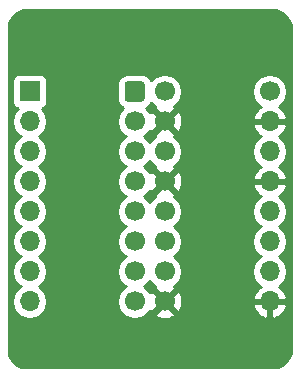
<source format=gbr>
%TF.GenerationSoftware,KiCad,Pcbnew,5.1.10*%
%TF.CreationDate,2021-11-17T23:41:25-05:00*%
%TF.ProjectId,RGB-Breakout,5247422d-4272-4656-916b-6f75742e6b69,rev?*%
%TF.SameCoordinates,Original*%
%TF.FileFunction,Copper,L2,Bot*%
%TF.FilePolarity,Positive*%
%FSLAX46Y46*%
G04 Gerber Fmt 4.6, Leading zero omitted, Abs format (unit mm)*
G04 Created by KiCad (PCBNEW 5.1.10) date 2021-11-17 23:41:25*
%MOMM*%
%LPD*%
G01*
G04 APERTURE LIST*
%TA.AperFunction,ComponentPad*%
%ADD10C,1.700000*%
%TD*%
%TA.AperFunction,ComponentPad*%
%ADD11R,1.700000X1.700000*%
%TD*%
%TA.AperFunction,ComponentPad*%
%ADD12O,1.700000X1.700000*%
%TD*%
%TA.AperFunction,Conductor*%
%ADD13C,0.254000*%
%TD*%
%TA.AperFunction,Conductor*%
%ADD14C,0.100000*%
%TD*%
G04 APERTURE END LIST*
%TO.P,J1,1*%
%TO.N,Net-(J1-Pad1)*%
%TA.AperFunction,ComponentPad*%
G36*
G01*
X129960000Y-90770000D02*
X129960000Y-89570000D01*
G75*
G02*
X130210000Y-89320000I250000J0D01*
G01*
X131410000Y-89320000D01*
G75*
G02*
X131660000Y-89570000I0J-250000D01*
G01*
X131660000Y-90770000D01*
G75*
G02*
X131410000Y-91020000I-250000J0D01*
G01*
X130210000Y-91020000D01*
G75*
G02*
X129960000Y-90770000I0J250000D01*
G01*
G37*
%TD.AperFunction*%
D10*
%TO.P,J1,3*%
%TO.N,Net-(J1-Pad3)*%
X130810000Y-92710000D03*
%TO.P,J1,5*%
%TO.N,Net-(J1-Pad5)*%
X130810000Y-95250000D03*
%TO.P,J1,7*%
%TO.N,Net-(J1-Pad7)*%
X130810000Y-97790000D03*
%TO.P,J1,9*%
%TO.N,Net-(J1-Pad9)*%
X130810000Y-100330000D03*
%TO.P,J1,11*%
%TO.N,Net-(J1-Pad11)*%
X130810000Y-102870000D03*
%TO.P,J1,13*%
%TO.N,Net-(J1-Pad13)*%
X130810000Y-105410000D03*
%TO.P,J1,15*%
%TO.N,Net-(J1-Pad15)*%
X130810000Y-107950000D03*
%TO.P,J1,2*%
%TO.N,Net-(J1-Pad2)*%
X133350000Y-90170000D03*
%TO.P,J1,4*%
%TO.N,GND*%
X133350000Y-92710000D03*
%TO.P,J1,6*%
%TO.N,Net-(J1-Pad6)*%
X133350000Y-95250000D03*
%TO.P,J1,8*%
%TO.N,GND*%
X133350000Y-97790000D03*
%TO.P,J1,10*%
%TO.N,Net-(J1-Pad10)*%
X133350000Y-100330000D03*
%TO.P,J1,12*%
%TO.N,Net-(J1-Pad12)*%
X133350000Y-102870000D03*
%TO.P,J1,14*%
%TO.N,Net-(J1-Pad14)*%
X133350000Y-105410000D03*
%TO.P,J1,16*%
%TO.N,GND*%
X133350000Y-107950000D03*
%TD*%
D11*
%TO.P,J2,1*%
%TO.N,Net-(J1-Pad1)*%
X121920000Y-90170000D03*
D12*
%TO.P,J2,2*%
%TO.N,Net-(J1-Pad3)*%
X121920000Y-92710000D03*
%TO.P,J2,3*%
%TO.N,Net-(J1-Pad5)*%
X121920000Y-95250000D03*
%TO.P,J2,4*%
%TO.N,Net-(J1-Pad7)*%
X121920000Y-97790000D03*
%TO.P,J2,5*%
%TO.N,Net-(J1-Pad9)*%
X121920000Y-100330000D03*
%TO.P,J2,6*%
%TO.N,Net-(J1-Pad11)*%
X121920000Y-102870000D03*
%TO.P,J2,7*%
%TO.N,Net-(J1-Pad13)*%
X121920000Y-105410000D03*
%TO.P,J2,8*%
%TO.N,Net-(J1-Pad15)*%
X121920000Y-107950000D03*
%TD*%
D10*
%TO.P,J3,1*%
%TO.N,Net-(J1-Pad2)*%
X142240000Y-90170000D03*
D12*
%TO.P,J3,2*%
%TO.N,GND*%
X142240000Y-92710000D03*
%TO.P,J3,3*%
%TO.N,Net-(J1-Pad6)*%
X142240000Y-95250000D03*
%TO.P,J3,4*%
%TO.N,GND*%
X142240000Y-97790000D03*
%TO.P,J3,5*%
%TO.N,Net-(J1-Pad10)*%
X142240000Y-100330000D03*
%TO.P,J3,6*%
%TO.N,Net-(J1-Pad12)*%
X142240000Y-102870000D03*
%TO.P,J3,7*%
%TO.N,Net-(J1-Pad14)*%
X142240000Y-105410000D03*
%TO.P,J3,8*%
%TO.N,GND*%
X142240000Y-107950000D03*
%TD*%
D13*
%TO.N,GND*%
X142955208Y-83354780D02*
X143278625Y-83526744D01*
X143562484Y-83758254D01*
X143795965Y-84040486D01*
X143970183Y-84362695D01*
X144018000Y-84517165D01*
X144018000Y-112333512D01*
X143975220Y-112475206D01*
X143803257Y-112798623D01*
X143571748Y-113082482D01*
X143289514Y-113315965D01*
X142967304Y-113490184D01*
X142812835Y-113538000D01*
X121346488Y-113538000D01*
X121204794Y-113495220D01*
X120881377Y-113323257D01*
X120597518Y-113091748D01*
X120364035Y-112809514D01*
X120189816Y-112487304D01*
X120142000Y-112332835D01*
X120142000Y-89320000D01*
X120431928Y-89320000D01*
X120431928Y-91020000D01*
X120444188Y-91144482D01*
X120480498Y-91264180D01*
X120539463Y-91374494D01*
X120618815Y-91471185D01*
X120715506Y-91550537D01*
X120825820Y-91609502D01*
X120898380Y-91631513D01*
X120766525Y-91763368D01*
X120604010Y-92006589D01*
X120492068Y-92276842D01*
X120435000Y-92563740D01*
X120435000Y-92856260D01*
X120492068Y-93143158D01*
X120604010Y-93413411D01*
X120766525Y-93656632D01*
X120973368Y-93863475D01*
X121147760Y-93980000D01*
X120973368Y-94096525D01*
X120766525Y-94303368D01*
X120604010Y-94546589D01*
X120492068Y-94816842D01*
X120435000Y-95103740D01*
X120435000Y-95396260D01*
X120492068Y-95683158D01*
X120604010Y-95953411D01*
X120766525Y-96196632D01*
X120973368Y-96403475D01*
X121147760Y-96520000D01*
X120973368Y-96636525D01*
X120766525Y-96843368D01*
X120604010Y-97086589D01*
X120492068Y-97356842D01*
X120435000Y-97643740D01*
X120435000Y-97936260D01*
X120492068Y-98223158D01*
X120604010Y-98493411D01*
X120766525Y-98736632D01*
X120973368Y-98943475D01*
X121147760Y-99060000D01*
X120973368Y-99176525D01*
X120766525Y-99383368D01*
X120604010Y-99626589D01*
X120492068Y-99896842D01*
X120435000Y-100183740D01*
X120435000Y-100476260D01*
X120492068Y-100763158D01*
X120604010Y-101033411D01*
X120766525Y-101276632D01*
X120973368Y-101483475D01*
X121147760Y-101600000D01*
X120973368Y-101716525D01*
X120766525Y-101923368D01*
X120604010Y-102166589D01*
X120492068Y-102436842D01*
X120435000Y-102723740D01*
X120435000Y-103016260D01*
X120492068Y-103303158D01*
X120604010Y-103573411D01*
X120766525Y-103816632D01*
X120973368Y-104023475D01*
X121147760Y-104140000D01*
X120973368Y-104256525D01*
X120766525Y-104463368D01*
X120604010Y-104706589D01*
X120492068Y-104976842D01*
X120435000Y-105263740D01*
X120435000Y-105556260D01*
X120492068Y-105843158D01*
X120604010Y-106113411D01*
X120766525Y-106356632D01*
X120973368Y-106563475D01*
X121147760Y-106680000D01*
X120973368Y-106796525D01*
X120766525Y-107003368D01*
X120604010Y-107246589D01*
X120492068Y-107516842D01*
X120435000Y-107803740D01*
X120435000Y-108096260D01*
X120492068Y-108383158D01*
X120604010Y-108653411D01*
X120766525Y-108896632D01*
X120973368Y-109103475D01*
X121216589Y-109265990D01*
X121486842Y-109377932D01*
X121773740Y-109435000D01*
X122066260Y-109435000D01*
X122353158Y-109377932D01*
X122623411Y-109265990D01*
X122866632Y-109103475D01*
X123073475Y-108896632D01*
X123235990Y-108653411D01*
X123347932Y-108383158D01*
X123405000Y-108096260D01*
X123405000Y-107803740D01*
X123347932Y-107516842D01*
X123235990Y-107246589D01*
X123073475Y-107003368D01*
X122866632Y-106796525D01*
X122692240Y-106680000D01*
X122866632Y-106563475D01*
X123073475Y-106356632D01*
X123235990Y-106113411D01*
X123347932Y-105843158D01*
X123405000Y-105556260D01*
X123405000Y-105263740D01*
X123347932Y-104976842D01*
X123235990Y-104706589D01*
X123073475Y-104463368D01*
X122866632Y-104256525D01*
X122692240Y-104140000D01*
X122866632Y-104023475D01*
X123073475Y-103816632D01*
X123235990Y-103573411D01*
X123347932Y-103303158D01*
X123405000Y-103016260D01*
X123405000Y-102723740D01*
X123347932Y-102436842D01*
X123235990Y-102166589D01*
X123073475Y-101923368D01*
X122866632Y-101716525D01*
X122692240Y-101600000D01*
X122866632Y-101483475D01*
X123073475Y-101276632D01*
X123235990Y-101033411D01*
X123347932Y-100763158D01*
X123405000Y-100476260D01*
X123405000Y-100183740D01*
X123347932Y-99896842D01*
X123235990Y-99626589D01*
X123073475Y-99383368D01*
X122866632Y-99176525D01*
X122692240Y-99060000D01*
X122866632Y-98943475D01*
X123073475Y-98736632D01*
X123235990Y-98493411D01*
X123347932Y-98223158D01*
X123405000Y-97936260D01*
X123405000Y-97643740D01*
X123347932Y-97356842D01*
X123235990Y-97086589D01*
X123073475Y-96843368D01*
X122866632Y-96636525D01*
X122692240Y-96520000D01*
X122866632Y-96403475D01*
X123073475Y-96196632D01*
X123235990Y-95953411D01*
X123347932Y-95683158D01*
X123405000Y-95396260D01*
X123405000Y-95103740D01*
X123347932Y-94816842D01*
X123235990Y-94546589D01*
X123073475Y-94303368D01*
X122866632Y-94096525D01*
X122692240Y-93980000D01*
X122866632Y-93863475D01*
X123073475Y-93656632D01*
X123235990Y-93413411D01*
X123347932Y-93143158D01*
X123405000Y-92856260D01*
X123405000Y-92563740D01*
X123347932Y-92276842D01*
X123235990Y-92006589D01*
X123073475Y-91763368D01*
X122941620Y-91631513D01*
X123014180Y-91609502D01*
X123124494Y-91550537D01*
X123221185Y-91471185D01*
X123300537Y-91374494D01*
X123359502Y-91264180D01*
X123395812Y-91144482D01*
X123408072Y-91020000D01*
X123408072Y-89570000D01*
X129321928Y-89570000D01*
X129321928Y-90770000D01*
X129338992Y-90943254D01*
X129389528Y-91109850D01*
X129471595Y-91263386D01*
X129582038Y-91397962D01*
X129716614Y-91508405D01*
X129843608Y-91576285D01*
X129656525Y-91763368D01*
X129494010Y-92006589D01*
X129382068Y-92276842D01*
X129325000Y-92563740D01*
X129325000Y-92856260D01*
X129382068Y-93143158D01*
X129494010Y-93413411D01*
X129656525Y-93656632D01*
X129863368Y-93863475D01*
X130037760Y-93980000D01*
X129863368Y-94096525D01*
X129656525Y-94303368D01*
X129494010Y-94546589D01*
X129382068Y-94816842D01*
X129325000Y-95103740D01*
X129325000Y-95396260D01*
X129382068Y-95683158D01*
X129494010Y-95953411D01*
X129656525Y-96196632D01*
X129863368Y-96403475D01*
X130037760Y-96520000D01*
X129863368Y-96636525D01*
X129656525Y-96843368D01*
X129494010Y-97086589D01*
X129382068Y-97356842D01*
X129325000Y-97643740D01*
X129325000Y-97936260D01*
X129382068Y-98223158D01*
X129494010Y-98493411D01*
X129656525Y-98736632D01*
X129863368Y-98943475D01*
X130037760Y-99060000D01*
X129863368Y-99176525D01*
X129656525Y-99383368D01*
X129494010Y-99626589D01*
X129382068Y-99896842D01*
X129325000Y-100183740D01*
X129325000Y-100476260D01*
X129382068Y-100763158D01*
X129494010Y-101033411D01*
X129656525Y-101276632D01*
X129863368Y-101483475D01*
X130037760Y-101600000D01*
X129863368Y-101716525D01*
X129656525Y-101923368D01*
X129494010Y-102166589D01*
X129382068Y-102436842D01*
X129325000Y-102723740D01*
X129325000Y-103016260D01*
X129382068Y-103303158D01*
X129494010Y-103573411D01*
X129656525Y-103816632D01*
X129863368Y-104023475D01*
X130037760Y-104140000D01*
X129863368Y-104256525D01*
X129656525Y-104463368D01*
X129494010Y-104706589D01*
X129382068Y-104976842D01*
X129325000Y-105263740D01*
X129325000Y-105556260D01*
X129382068Y-105843158D01*
X129494010Y-106113411D01*
X129656525Y-106356632D01*
X129863368Y-106563475D01*
X130037760Y-106680000D01*
X129863368Y-106796525D01*
X129656525Y-107003368D01*
X129494010Y-107246589D01*
X129382068Y-107516842D01*
X129325000Y-107803740D01*
X129325000Y-108096260D01*
X129382068Y-108383158D01*
X129494010Y-108653411D01*
X129656525Y-108896632D01*
X129863368Y-109103475D01*
X130106589Y-109265990D01*
X130376842Y-109377932D01*
X130663740Y-109435000D01*
X130956260Y-109435000D01*
X131243158Y-109377932D01*
X131513411Y-109265990D01*
X131756632Y-109103475D01*
X131881710Y-108978397D01*
X132501208Y-108978397D01*
X132578843Y-109227472D01*
X132842883Y-109353371D01*
X133126411Y-109425339D01*
X133418531Y-109440611D01*
X133708019Y-109398599D01*
X133983747Y-109300919D01*
X134121157Y-109227472D01*
X134198792Y-108978397D01*
X133350000Y-108129605D01*
X132501208Y-108978397D01*
X131881710Y-108978397D01*
X131963475Y-108896632D01*
X132079311Y-108723271D01*
X132321603Y-108798792D01*
X133170395Y-107950000D01*
X133529605Y-107950000D01*
X134378397Y-108798792D01*
X134627472Y-108721157D01*
X134753371Y-108457117D01*
X134791503Y-108306890D01*
X140798524Y-108306890D01*
X140843175Y-108454099D01*
X140968359Y-108716920D01*
X141142412Y-108950269D01*
X141358645Y-109145178D01*
X141608748Y-109294157D01*
X141883109Y-109391481D01*
X142113000Y-109270814D01*
X142113000Y-108077000D01*
X142367000Y-108077000D01*
X142367000Y-109270814D01*
X142596891Y-109391481D01*
X142871252Y-109294157D01*
X143121355Y-109145178D01*
X143337588Y-108950269D01*
X143511641Y-108716920D01*
X143636825Y-108454099D01*
X143681476Y-108306890D01*
X143560155Y-108077000D01*
X142367000Y-108077000D01*
X142113000Y-108077000D01*
X140919845Y-108077000D01*
X140798524Y-108306890D01*
X134791503Y-108306890D01*
X134825339Y-108173589D01*
X134840611Y-107881469D01*
X134798599Y-107591981D01*
X134700919Y-107316253D01*
X134627472Y-107178843D01*
X134378397Y-107101208D01*
X133529605Y-107950000D01*
X133170395Y-107950000D01*
X132321603Y-107101208D01*
X132079311Y-107176729D01*
X131963475Y-107003368D01*
X131756632Y-106796525D01*
X131582240Y-106680000D01*
X131756632Y-106563475D01*
X131963475Y-106356632D01*
X132080000Y-106182240D01*
X132196525Y-106356632D01*
X132403368Y-106563475D01*
X132576729Y-106679311D01*
X132501208Y-106921603D01*
X133350000Y-107770395D01*
X134198792Y-106921603D01*
X134123271Y-106679311D01*
X134296632Y-106563475D01*
X134503475Y-106356632D01*
X134665990Y-106113411D01*
X134777932Y-105843158D01*
X134835000Y-105556260D01*
X134835000Y-105263740D01*
X134777932Y-104976842D01*
X134665990Y-104706589D01*
X134503475Y-104463368D01*
X134296632Y-104256525D01*
X134122240Y-104140000D01*
X134296632Y-104023475D01*
X134503475Y-103816632D01*
X134665990Y-103573411D01*
X134777932Y-103303158D01*
X134835000Y-103016260D01*
X134835000Y-102723740D01*
X134777932Y-102436842D01*
X134665990Y-102166589D01*
X134503475Y-101923368D01*
X134296632Y-101716525D01*
X134122240Y-101600000D01*
X134296632Y-101483475D01*
X134503475Y-101276632D01*
X134665990Y-101033411D01*
X134777932Y-100763158D01*
X134835000Y-100476260D01*
X134835000Y-100183740D01*
X140755000Y-100183740D01*
X140755000Y-100476260D01*
X140812068Y-100763158D01*
X140924010Y-101033411D01*
X141086525Y-101276632D01*
X141293368Y-101483475D01*
X141467760Y-101600000D01*
X141293368Y-101716525D01*
X141086525Y-101923368D01*
X140924010Y-102166589D01*
X140812068Y-102436842D01*
X140755000Y-102723740D01*
X140755000Y-103016260D01*
X140812068Y-103303158D01*
X140924010Y-103573411D01*
X141086525Y-103816632D01*
X141293368Y-104023475D01*
X141467760Y-104140000D01*
X141293368Y-104256525D01*
X141086525Y-104463368D01*
X140924010Y-104706589D01*
X140812068Y-104976842D01*
X140755000Y-105263740D01*
X140755000Y-105556260D01*
X140812068Y-105843158D01*
X140924010Y-106113411D01*
X141086525Y-106356632D01*
X141293368Y-106563475D01*
X141475534Y-106685195D01*
X141358645Y-106754822D01*
X141142412Y-106949731D01*
X140968359Y-107183080D01*
X140843175Y-107445901D01*
X140798524Y-107593110D01*
X140919845Y-107823000D01*
X142113000Y-107823000D01*
X142113000Y-107803000D01*
X142367000Y-107803000D01*
X142367000Y-107823000D01*
X143560155Y-107823000D01*
X143681476Y-107593110D01*
X143636825Y-107445901D01*
X143511641Y-107183080D01*
X143337588Y-106949731D01*
X143121355Y-106754822D01*
X143004466Y-106685195D01*
X143186632Y-106563475D01*
X143393475Y-106356632D01*
X143555990Y-106113411D01*
X143667932Y-105843158D01*
X143725000Y-105556260D01*
X143725000Y-105263740D01*
X143667932Y-104976842D01*
X143555990Y-104706589D01*
X143393475Y-104463368D01*
X143186632Y-104256525D01*
X143012240Y-104140000D01*
X143186632Y-104023475D01*
X143393475Y-103816632D01*
X143555990Y-103573411D01*
X143667932Y-103303158D01*
X143725000Y-103016260D01*
X143725000Y-102723740D01*
X143667932Y-102436842D01*
X143555990Y-102166589D01*
X143393475Y-101923368D01*
X143186632Y-101716525D01*
X143012240Y-101600000D01*
X143186632Y-101483475D01*
X143393475Y-101276632D01*
X143555990Y-101033411D01*
X143667932Y-100763158D01*
X143725000Y-100476260D01*
X143725000Y-100183740D01*
X143667932Y-99896842D01*
X143555990Y-99626589D01*
X143393475Y-99383368D01*
X143186632Y-99176525D01*
X143004466Y-99054805D01*
X143121355Y-98985178D01*
X143337588Y-98790269D01*
X143511641Y-98556920D01*
X143636825Y-98294099D01*
X143681476Y-98146890D01*
X143560155Y-97917000D01*
X142367000Y-97917000D01*
X142367000Y-97937000D01*
X142113000Y-97937000D01*
X142113000Y-97917000D01*
X140919845Y-97917000D01*
X140798524Y-98146890D01*
X140843175Y-98294099D01*
X140968359Y-98556920D01*
X141142412Y-98790269D01*
X141358645Y-98985178D01*
X141475534Y-99054805D01*
X141293368Y-99176525D01*
X141086525Y-99383368D01*
X140924010Y-99626589D01*
X140812068Y-99896842D01*
X140755000Y-100183740D01*
X134835000Y-100183740D01*
X134777932Y-99896842D01*
X134665990Y-99626589D01*
X134503475Y-99383368D01*
X134296632Y-99176525D01*
X134123271Y-99060689D01*
X134198792Y-98818397D01*
X133350000Y-97969605D01*
X132501208Y-98818397D01*
X132576729Y-99060689D01*
X132403368Y-99176525D01*
X132196525Y-99383368D01*
X132080000Y-99557760D01*
X131963475Y-99383368D01*
X131756632Y-99176525D01*
X131582240Y-99060000D01*
X131756632Y-98943475D01*
X131963475Y-98736632D01*
X132079311Y-98563271D01*
X132321603Y-98638792D01*
X133170395Y-97790000D01*
X133529605Y-97790000D01*
X134378397Y-98638792D01*
X134627472Y-98561157D01*
X134753371Y-98297117D01*
X134825339Y-98013589D01*
X134840611Y-97721469D01*
X134798599Y-97431981D01*
X134700919Y-97156253D01*
X134627472Y-97018843D01*
X134378397Y-96941208D01*
X133529605Y-97790000D01*
X133170395Y-97790000D01*
X132321603Y-96941208D01*
X132079311Y-97016729D01*
X131963475Y-96843368D01*
X131756632Y-96636525D01*
X131582240Y-96520000D01*
X131756632Y-96403475D01*
X131963475Y-96196632D01*
X132080000Y-96022240D01*
X132196525Y-96196632D01*
X132403368Y-96403475D01*
X132576729Y-96519311D01*
X132501208Y-96761603D01*
X133350000Y-97610395D01*
X134198792Y-96761603D01*
X134123271Y-96519311D01*
X134296632Y-96403475D01*
X134503475Y-96196632D01*
X134665990Y-95953411D01*
X134777932Y-95683158D01*
X134835000Y-95396260D01*
X134835000Y-95103740D01*
X140755000Y-95103740D01*
X140755000Y-95396260D01*
X140812068Y-95683158D01*
X140924010Y-95953411D01*
X141086525Y-96196632D01*
X141293368Y-96403475D01*
X141475534Y-96525195D01*
X141358645Y-96594822D01*
X141142412Y-96789731D01*
X140968359Y-97023080D01*
X140843175Y-97285901D01*
X140798524Y-97433110D01*
X140919845Y-97663000D01*
X142113000Y-97663000D01*
X142113000Y-97643000D01*
X142367000Y-97643000D01*
X142367000Y-97663000D01*
X143560155Y-97663000D01*
X143681476Y-97433110D01*
X143636825Y-97285901D01*
X143511641Y-97023080D01*
X143337588Y-96789731D01*
X143121355Y-96594822D01*
X143004466Y-96525195D01*
X143186632Y-96403475D01*
X143393475Y-96196632D01*
X143555990Y-95953411D01*
X143667932Y-95683158D01*
X143725000Y-95396260D01*
X143725000Y-95103740D01*
X143667932Y-94816842D01*
X143555990Y-94546589D01*
X143393475Y-94303368D01*
X143186632Y-94096525D01*
X143004466Y-93974805D01*
X143121355Y-93905178D01*
X143337588Y-93710269D01*
X143511641Y-93476920D01*
X143636825Y-93214099D01*
X143681476Y-93066890D01*
X143560155Y-92837000D01*
X142367000Y-92837000D01*
X142367000Y-92857000D01*
X142113000Y-92857000D01*
X142113000Y-92837000D01*
X140919845Y-92837000D01*
X140798524Y-93066890D01*
X140843175Y-93214099D01*
X140968359Y-93476920D01*
X141142412Y-93710269D01*
X141358645Y-93905178D01*
X141475534Y-93974805D01*
X141293368Y-94096525D01*
X141086525Y-94303368D01*
X140924010Y-94546589D01*
X140812068Y-94816842D01*
X140755000Y-95103740D01*
X134835000Y-95103740D01*
X134777932Y-94816842D01*
X134665990Y-94546589D01*
X134503475Y-94303368D01*
X134296632Y-94096525D01*
X134123271Y-93980689D01*
X134198792Y-93738397D01*
X133350000Y-92889605D01*
X132501208Y-93738397D01*
X132576729Y-93980689D01*
X132403368Y-94096525D01*
X132196525Y-94303368D01*
X132080000Y-94477760D01*
X131963475Y-94303368D01*
X131756632Y-94096525D01*
X131582240Y-93980000D01*
X131756632Y-93863475D01*
X131963475Y-93656632D01*
X132079311Y-93483271D01*
X132321603Y-93558792D01*
X133170395Y-92710000D01*
X133529605Y-92710000D01*
X134378397Y-93558792D01*
X134627472Y-93481157D01*
X134753371Y-93217117D01*
X134825339Y-92933589D01*
X134840611Y-92641469D01*
X134798599Y-92351981D01*
X134700919Y-92076253D01*
X134627472Y-91938843D01*
X134378397Y-91861208D01*
X133529605Y-92710000D01*
X133170395Y-92710000D01*
X132321603Y-91861208D01*
X132079311Y-91936729D01*
X131963475Y-91763368D01*
X131776392Y-91576285D01*
X131903386Y-91508405D01*
X132037962Y-91397962D01*
X132148405Y-91263386D01*
X132216285Y-91136392D01*
X132403368Y-91323475D01*
X132576729Y-91439311D01*
X132501208Y-91681603D01*
X133350000Y-92530395D01*
X134198792Y-91681603D01*
X134123271Y-91439311D01*
X134296632Y-91323475D01*
X134503475Y-91116632D01*
X134665990Y-90873411D01*
X134777932Y-90603158D01*
X134835000Y-90316260D01*
X134835000Y-90023740D01*
X140755000Y-90023740D01*
X140755000Y-90316260D01*
X140812068Y-90603158D01*
X140924010Y-90873411D01*
X141086525Y-91116632D01*
X141293368Y-91323475D01*
X141475534Y-91445195D01*
X141358645Y-91514822D01*
X141142412Y-91709731D01*
X140968359Y-91943080D01*
X140843175Y-92205901D01*
X140798524Y-92353110D01*
X140919845Y-92583000D01*
X142113000Y-92583000D01*
X142113000Y-92563000D01*
X142367000Y-92563000D01*
X142367000Y-92583000D01*
X143560155Y-92583000D01*
X143681476Y-92353110D01*
X143636825Y-92205901D01*
X143511641Y-91943080D01*
X143337588Y-91709731D01*
X143121355Y-91514822D01*
X143004466Y-91445195D01*
X143186632Y-91323475D01*
X143393475Y-91116632D01*
X143555990Y-90873411D01*
X143667932Y-90603158D01*
X143725000Y-90316260D01*
X143725000Y-90023740D01*
X143667932Y-89736842D01*
X143555990Y-89466589D01*
X143393475Y-89223368D01*
X143186632Y-89016525D01*
X142943411Y-88854010D01*
X142673158Y-88742068D01*
X142386260Y-88685000D01*
X142093740Y-88685000D01*
X141806842Y-88742068D01*
X141536589Y-88854010D01*
X141293368Y-89016525D01*
X141086525Y-89223368D01*
X140924010Y-89466589D01*
X140812068Y-89736842D01*
X140755000Y-90023740D01*
X134835000Y-90023740D01*
X134777932Y-89736842D01*
X134665990Y-89466589D01*
X134503475Y-89223368D01*
X134296632Y-89016525D01*
X134053411Y-88854010D01*
X133783158Y-88742068D01*
X133496260Y-88685000D01*
X133203740Y-88685000D01*
X132916842Y-88742068D01*
X132646589Y-88854010D01*
X132403368Y-89016525D01*
X132216285Y-89203608D01*
X132148405Y-89076614D01*
X132037962Y-88942038D01*
X131903386Y-88831595D01*
X131749850Y-88749528D01*
X131583254Y-88698992D01*
X131410000Y-88681928D01*
X130210000Y-88681928D01*
X130036746Y-88698992D01*
X129870150Y-88749528D01*
X129716614Y-88831595D01*
X129582038Y-88942038D01*
X129471595Y-89076614D01*
X129389528Y-89230150D01*
X129338992Y-89396746D01*
X129321928Y-89570000D01*
X123408072Y-89570000D01*
X123408072Y-89320000D01*
X123395812Y-89195518D01*
X123359502Y-89075820D01*
X123300537Y-88965506D01*
X123221185Y-88868815D01*
X123124494Y-88789463D01*
X123014180Y-88730498D01*
X122894482Y-88694188D01*
X122770000Y-88681928D01*
X121070000Y-88681928D01*
X120945518Y-88694188D01*
X120825820Y-88730498D01*
X120715506Y-88789463D01*
X120618815Y-88868815D01*
X120539463Y-88965506D01*
X120480498Y-89075820D01*
X120444188Y-89195518D01*
X120431928Y-89320000D01*
X120142000Y-89320000D01*
X120142000Y-84516487D01*
X120184780Y-84374792D01*
X120356744Y-84051375D01*
X120588254Y-83767516D01*
X120870486Y-83534035D01*
X121192695Y-83359817D01*
X121347165Y-83312000D01*
X142813513Y-83312000D01*
X142955208Y-83354780D01*
%TA.AperFunction,Conductor*%
D14*
G36*
X142955208Y-83354780D02*
G01*
X143278625Y-83526744D01*
X143562484Y-83758254D01*
X143795965Y-84040486D01*
X143970183Y-84362695D01*
X144018000Y-84517165D01*
X144018000Y-112333512D01*
X143975220Y-112475206D01*
X143803257Y-112798623D01*
X143571748Y-113082482D01*
X143289514Y-113315965D01*
X142967304Y-113490184D01*
X142812835Y-113538000D01*
X121346488Y-113538000D01*
X121204794Y-113495220D01*
X120881377Y-113323257D01*
X120597518Y-113091748D01*
X120364035Y-112809514D01*
X120189816Y-112487304D01*
X120142000Y-112332835D01*
X120142000Y-89320000D01*
X120431928Y-89320000D01*
X120431928Y-91020000D01*
X120444188Y-91144482D01*
X120480498Y-91264180D01*
X120539463Y-91374494D01*
X120618815Y-91471185D01*
X120715506Y-91550537D01*
X120825820Y-91609502D01*
X120898380Y-91631513D01*
X120766525Y-91763368D01*
X120604010Y-92006589D01*
X120492068Y-92276842D01*
X120435000Y-92563740D01*
X120435000Y-92856260D01*
X120492068Y-93143158D01*
X120604010Y-93413411D01*
X120766525Y-93656632D01*
X120973368Y-93863475D01*
X121147760Y-93980000D01*
X120973368Y-94096525D01*
X120766525Y-94303368D01*
X120604010Y-94546589D01*
X120492068Y-94816842D01*
X120435000Y-95103740D01*
X120435000Y-95396260D01*
X120492068Y-95683158D01*
X120604010Y-95953411D01*
X120766525Y-96196632D01*
X120973368Y-96403475D01*
X121147760Y-96520000D01*
X120973368Y-96636525D01*
X120766525Y-96843368D01*
X120604010Y-97086589D01*
X120492068Y-97356842D01*
X120435000Y-97643740D01*
X120435000Y-97936260D01*
X120492068Y-98223158D01*
X120604010Y-98493411D01*
X120766525Y-98736632D01*
X120973368Y-98943475D01*
X121147760Y-99060000D01*
X120973368Y-99176525D01*
X120766525Y-99383368D01*
X120604010Y-99626589D01*
X120492068Y-99896842D01*
X120435000Y-100183740D01*
X120435000Y-100476260D01*
X120492068Y-100763158D01*
X120604010Y-101033411D01*
X120766525Y-101276632D01*
X120973368Y-101483475D01*
X121147760Y-101600000D01*
X120973368Y-101716525D01*
X120766525Y-101923368D01*
X120604010Y-102166589D01*
X120492068Y-102436842D01*
X120435000Y-102723740D01*
X120435000Y-103016260D01*
X120492068Y-103303158D01*
X120604010Y-103573411D01*
X120766525Y-103816632D01*
X120973368Y-104023475D01*
X121147760Y-104140000D01*
X120973368Y-104256525D01*
X120766525Y-104463368D01*
X120604010Y-104706589D01*
X120492068Y-104976842D01*
X120435000Y-105263740D01*
X120435000Y-105556260D01*
X120492068Y-105843158D01*
X120604010Y-106113411D01*
X120766525Y-106356632D01*
X120973368Y-106563475D01*
X121147760Y-106680000D01*
X120973368Y-106796525D01*
X120766525Y-107003368D01*
X120604010Y-107246589D01*
X120492068Y-107516842D01*
X120435000Y-107803740D01*
X120435000Y-108096260D01*
X120492068Y-108383158D01*
X120604010Y-108653411D01*
X120766525Y-108896632D01*
X120973368Y-109103475D01*
X121216589Y-109265990D01*
X121486842Y-109377932D01*
X121773740Y-109435000D01*
X122066260Y-109435000D01*
X122353158Y-109377932D01*
X122623411Y-109265990D01*
X122866632Y-109103475D01*
X123073475Y-108896632D01*
X123235990Y-108653411D01*
X123347932Y-108383158D01*
X123405000Y-108096260D01*
X123405000Y-107803740D01*
X123347932Y-107516842D01*
X123235990Y-107246589D01*
X123073475Y-107003368D01*
X122866632Y-106796525D01*
X122692240Y-106680000D01*
X122866632Y-106563475D01*
X123073475Y-106356632D01*
X123235990Y-106113411D01*
X123347932Y-105843158D01*
X123405000Y-105556260D01*
X123405000Y-105263740D01*
X123347932Y-104976842D01*
X123235990Y-104706589D01*
X123073475Y-104463368D01*
X122866632Y-104256525D01*
X122692240Y-104140000D01*
X122866632Y-104023475D01*
X123073475Y-103816632D01*
X123235990Y-103573411D01*
X123347932Y-103303158D01*
X123405000Y-103016260D01*
X123405000Y-102723740D01*
X123347932Y-102436842D01*
X123235990Y-102166589D01*
X123073475Y-101923368D01*
X122866632Y-101716525D01*
X122692240Y-101600000D01*
X122866632Y-101483475D01*
X123073475Y-101276632D01*
X123235990Y-101033411D01*
X123347932Y-100763158D01*
X123405000Y-100476260D01*
X123405000Y-100183740D01*
X123347932Y-99896842D01*
X123235990Y-99626589D01*
X123073475Y-99383368D01*
X122866632Y-99176525D01*
X122692240Y-99060000D01*
X122866632Y-98943475D01*
X123073475Y-98736632D01*
X123235990Y-98493411D01*
X123347932Y-98223158D01*
X123405000Y-97936260D01*
X123405000Y-97643740D01*
X123347932Y-97356842D01*
X123235990Y-97086589D01*
X123073475Y-96843368D01*
X122866632Y-96636525D01*
X122692240Y-96520000D01*
X122866632Y-96403475D01*
X123073475Y-96196632D01*
X123235990Y-95953411D01*
X123347932Y-95683158D01*
X123405000Y-95396260D01*
X123405000Y-95103740D01*
X123347932Y-94816842D01*
X123235990Y-94546589D01*
X123073475Y-94303368D01*
X122866632Y-94096525D01*
X122692240Y-93980000D01*
X122866632Y-93863475D01*
X123073475Y-93656632D01*
X123235990Y-93413411D01*
X123347932Y-93143158D01*
X123405000Y-92856260D01*
X123405000Y-92563740D01*
X123347932Y-92276842D01*
X123235990Y-92006589D01*
X123073475Y-91763368D01*
X122941620Y-91631513D01*
X123014180Y-91609502D01*
X123124494Y-91550537D01*
X123221185Y-91471185D01*
X123300537Y-91374494D01*
X123359502Y-91264180D01*
X123395812Y-91144482D01*
X123408072Y-91020000D01*
X123408072Y-89570000D01*
X129321928Y-89570000D01*
X129321928Y-90770000D01*
X129338992Y-90943254D01*
X129389528Y-91109850D01*
X129471595Y-91263386D01*
X129582038Y-91397962D01*
X129716614Y-91508405D01*
X129843608Y-91576285D01*
X129656525Y-91763368D01*
X129494010Y-92006589D01*
X129382068Y-92276842D01*
X129325000Y-92563740D01*
X129325000Y-92856260D01*
X129382068Y-93143158D01*
X129494010Y-93413411D01*
X129656525Y-93656632D01*
X129863368Y-93863475D01*
X130037760Y-93980000D01*
X129863368Y-94096525D01*
X129656525Y-94303368D01*
X129494010Y-94546589D01*
X129382068Y-94816842D01*
X129325000Y-95103740D01*
X129325000Y-95396260D01*
X129382068Y-95683158D01*
X129494010Y-95953411D01*
X129656525Y-96196632D01*
X129863368Y-96403475D01*
X130037760Y-96520000D01*
X129863368Y-96636525D01*
X129656525Y-96843368D01*
X129494010Y-97086589D01*
X129382068Y-97356842D01*
X129325000Y-97643740D01*
X129325000Y-97936260D01*
X129382068Y-98223158D01*
X129494010Y-98493411D01*
X129656525Y-98736632D01*
X129863368Y-98943475D01*
X130037760Y-99060000D01*
X129863368Y-99176525D01*
X129656525Y-99383368D01*
X129494010Y-99626589D01*
X129382068Y-99896842D01*
X129325000Y-100183740D01*
X129325000Y-100476260D01*
X129382068Y-100763158D01*
X129494010Y-101033411D01*
X129656525Y-101276632D01*
X129863368Y-101483475D01*
X130037760Y-101600000D01*
X129863368Y-101716525D01*
X129656525Y-101923368D01*
X129494010Y-102166589D01*
X129382068Y-102436842D01*
X129325000Y-102723740D01*
X129325000Y-103016260D01*
X129382068Y-103303158D01*
X129494010Y-103573411D01*
X129656525Y-103816632D01*
X129863368Y-104023475D01*
X130037760Y-104140000D01*
X129863368Y-104256525D01*
X129656525Y-104463368D01*
X129494010Y-104706589D01*
X129382068Y-104976842D01*
X129325000Y-105263740D01*
X129325000Y-105556260D01*
X129382068Y-105843158D01*
X129494010Y-106113411D01*
X129656525Y-106356632D01*
X129863368Y-106563475D01*
X130037760Y-106680000D01*
X129863368Y-106796525D01*
X129656525Y-107003368D01*
X129494010Y-107246589D01*
X129382068Y-107516842D01*
X129325000Y-107803740D01*
X129325000Y-108096260D01*
X129382068Y-108383158D01*
X129494010Y-108653411D01*
X129656525Y-108896632D01*
X129863368Y-109103475D01*
X130106589Y-109265990D01*
X130376842Y-109377932D01*
X130663740Y-109435000D01*
X130956260Y-109435000D01*
X131243158Y-109377932D01*
X131513411Y-109265990D01*
X131756632Y-109103475D01*
X131881710Y-108978397D01*
X132501208Y-108978397D01*
X132578843Y-109227472D01*
X132842883Y-109353371D01*
X133126411Y-109425339D01*
X133418531Y-109440611D01*
X133708019Y-109398599D01*
X133983747Y-109300919D01*
X134121157Y-109227472D01*
X134198792Y-108978397D01*
X133350000Y-108129605D01*
X132501208Y-108978397D01*
X131881710Y-108978397D01*
X131963475Y-108896632D01*
X132079311Y-108723271D01*
X132321603Y-108798792D01*
X133170395Y-107950000D01*
X133529605Y-107950000D01*
X134378397Y-108798792D01*
X134627472Y-108721157D01*
X134753371Y-108457117D01*
X134791503Y-108306890D01*
X140798524Y-108306890D01*
X140843175Y-108454099D01*
X140968359Y-108716920D01*
X141142412Y-108950269D01*
X141358645Y-109145178D01*
X141608748Y-109294157D01*
X141883109Y-109391481D01*
X142113000Y-109270814D01*
X142113000Y-108077000D01*
X142367000Y-108077000D01*
X142367000Y-109270814D01*
X142596891Y-109391481D01*
X142871252Y-109294157D01*
X143121355Y-109145178D01*
X143337588Y-108950269D01*
X143511641Y-108716920D01*
X143636825Y-108454099D01*
X143681476Y-108306890D01*
X143560155Y-108077000D01*
X142367000Y-108077000D01*
X142113000Y-108077000D01*
X140919845Y-108077000D01*
X140798524Y-108306890D01*
X134791503Y-108306890D01*
X134825339Y-108173589D01*
X134840611Y-107881469D01*
X134798599Y-107591981D01*
X134700919Y-107316253D01*
X134627472Y-107178843D01*
X134378397Y-107101208D01*
X133529605Y-107950000D01*
X133170395Y-107950000D01*
X132321603Y-107101208D01*
X132079311Y-107176729D01*
X131963475Y-107003368D01*
X131756632Y-106796525D01*
X131582240Y-106680000D01*
X131756632Y-106563475D01*
X131963475Y-106356632D01*
X132080000Y-106182240D01*
X132196525Y-106356632D01*
X132403368Y-106563475D01*
X132576729Y-106679311D01*
X132501208Y-106921603D01*
X133350000Y-107770395D01*
X134198792Y-106921603D01*
X134123271Y-106679311D01*
X134296632Y-106563475D01*
X134503475Y-106356632D01*
X134665990Y-106113411D01*
X134777932Y-105843158D01*
X134835000Y-105556260D01*
X134835000Y-105263740D01*
X134777932Y-104976842D01*
X134665990Y-104706589D01*
X134503475Y-104463368D01*
X134296632Y-104256525D01*
X134122240Y-104140000D01*
X134296632Y-104023475D01*
X134503475Y-103816632D01*
X134665990Y-103573411D01*
X134777932Y-103303158D01*
X134835000Y-103016260D01*
X134835000Y-102723740D01*
X134777932Y-102436842D01*
X134665990Y-102166589D01*
X134503475Y-101923368D01*
X134296632Y-101716525D01*
X134122240Y-101600000D01*
X134296632Y-101483475D01*
X134503475Y-101276632D01*
X134665990Y-101033411D01*
X134777932Y-100763158D01*
X134835000Y-100476260D01*
X134835000Y-100183740D01*
X140755000Y-100183740D01*
X140755000Y-100476260D01*
X140812068Y-100763158D01*
X140924010Y-101033411D01*
X141086525Y-101276632D01*
X141293368Y-101483475D01*
X141467760Y-101600000D01*
X141293368Y-101716525D01*
X141086525Y-101923368D01*
X140924010Y-102166589D01*
X140812068Y-102436842D01*
X140755000Y-102723740D01*
X140755000Y-103016260D01*
X140812068Y-103303158D01*
X140924010Y-103573411D01*
X141086525Y-103816632D01*
X141293368Y-104023475D01*
X141467760Y-104140000D01*
X141293368Y-104256525D01*
X141086525Y-104463368D01*
X140924010Y-104706589D01*
X140812068Y-104976842D01*
X140755000Y-105263740D01*
X140755000Y-105556260D01*
X140812068Y-105843158D01*
X140924010Y-106113411D01*
X141086525Y-106356632D01*
X141293368Y-106563475D01*
X141475534Y-106685195D01*
X141358645Y-106754822D01*
X141142412Y-106949731D01*
X140968359Y-107183080D01*
X140843175Y-107445901D01*
X140798524Y-107593110D01*
X140919845Y-107823000D01*
X142113000Y-107823000D01*
X142113000Y-107803000D01*
X142367000Y-107803000D01*
X142367000Y-107823000D01*
X143560155Y-107823000D01*
X143681476Y-107593110D01*
X143636825Y-107445901D01*
X143511641Y-107183080D01*
X143337588Y-106949731D01*
X143121355Y-106754822D01*
X143004466Y-106685195D01*
X143186632Y-106563475D01*
X143393475Y-106356632D01*
X143555990Y-106113411D01*
X143667932Y-105843158D01*
X143725000Y-105556260D01*
X143725000Y-105263740D01*
X143667932Y-104976842D01*
X143555990Y-104706589D01*
X143393475Y-104463368D01*
X143186632Y-104256525D01*
X143012240Y-104140000D01*
X143186632Y-104023475D01*
X143393475Y-103816632D01*
X143555990Y-103573411D01*
X143667932Y-103303158D01*
X143725000Y-103016260D01*
X143725000Y-102723740D01*
X143667932Y-102436842D01*
X143555990Y-102166589D01*
X143393475Y-101923368D01*
X143186632Y-101716525D01*
X143012240Y-101600000D01*
X143186632Y-101483475D01*
X143393475Y-101276632D01*
X143555990Y-101033411D01*
X143667932Y-100763158D01*
X143725000Y-100476260D01*
X143725000Y-100183740D01*
X143667932Y-99896842D01*
X143555990Y-99626589D01*
X143393475Y-99383368D01*
X143186632Y-99176525D01*
X143004466Y-99054805D01*
X143121355Y-98985178D01*
X143337588Y-98790269D01*
X143511641Y-98556920D01*
X143636825Y-98294099D01*
X143681476Y-98146890D01*
X143560155Y-97917000D01*
X142367000Y-97917000D01*
X142367000Y-97937000D01*
X142113000Y-97937000D01*
X142113000Y-97917000D01*
X140919845Y-97917000D01*
X140798524Y-98146890D01*
X140843175Y-98294099D01*
X140968359Y-98556920D01*
X141142412Y-98790269D01*
X141358645Y-98985178D01*
X141475534Y-99054805D01*
X141293368Y-99176525D01*
X141086525Y-99383368D01*
X140924010Y-99626589D01*
X140812068Y-99896842D01*
X140755000Y-100183740D01*
X134835000Y-100183740D01*
X134777932Y-99896842D01*
X134665990Y-99626589D01*
X134503475Y-99383368D01*
X134296632Y-99176525D01*
X134123271Y-99060689D01*
X134198792Y-98818397D01*
X133350000Y-97969605D01*
X132501208Y-98818397D01*
X132576729Y-99060689D01*
X132403368Y-99176525D01*
X132196525Y-99383368D01*
X132080000Y-99557760D01*
X131963475Y-99383368D01*
X131756632Y-99176525D01*
X131582240Y-99060000D01*
X131756632Y-98943475D01*
X131963475Y-98736632D01*
X132079311Y-98563271D01*
X132321603Y-98638792D01*
X133170395Y-97790000D01*
X133529605Y-97790000D01*
X134378397Y-98638792D01*
X134627472Y-98561157D01*
X134753371Y-98297117D01*
X134825339Y-98013589D01*
X134840611Y-97721469D01*
X134798599Y-97431981D01*
X134700919Y-97156253D01*
X134627472Y-97018843D01*
X134378397Y-96941208D01*
X133529605Y-97790000D01*
X133170395Y-97790000D01*
X132321603Y-96941208D01*
X132079311Y-97016729D01*
X131963475Y-96843368D01*
X131756632Y-96636525D01*
X131582240Y-96520000D01*
X131756632Y-96403475D01*
X131963475Y-96196632D01*
X132080000Y-96022240D01*
X132196525Y-96196632D01*
X132403368Y-96403475D01*
X132576729Y-96519311D01*
X132501208Y-96761603D01*
X133350000Y-97610395D01*
X134198792Y-96761603D01*
X134123271Y-96519311D01*
X134296632Y-96403475D01*
X134503475Y-96196632D01*
X134665990Y-95953411D01*
X134777932Y-95683158D01*
X134835000Y-95396260D01*
X134835000Y-95103740D01*
X140755000Y-95103740D01*
X140755000Y-95396260D01*
X140812068Y-95683158D01*
X140924010Y-95953411D01*
X141086525Y-96196632D01*
X141293368Y-96403475D01*
X141475534Y-96525195D01*
X141358645Y-96594822D01*
X141142412Y-96789731D01*
X140968359Y-97023080D01*
X140843175Y-97285901D01*
X140798524Y-97433110D01*
X140919845Y-97663000D01*
X142113000Y-97663000D01*
X142113000Y-97643000D01*
X142367000Y-97643000D01*
X142367000Y-97663000D01*
X143560155Y-97663000D01*
X143681476Y-97433110D01*
X143636825Y-97285901D01*
X143511641Y-97023080D01*
X143337588Y-96789731D01*
X143121355Y-96594822D01*
X143004466Y-96525195D01*
X143186632Y-96403475D01*
X143393475Y-96196632D01*
X143555990Y-95953411D01*
X143667932Y-95683158D01*
X143725000Y-95396260D01*
X143725000Y-95103740D01*
X143667932Y-94816842D01*
X143555990Y-94546589D01*
X143393475Y-94303368D01*
X143186632Y-94096525D01*
X143004466Y-93974805D01*
X143121355Y-93905178D01*
X143337588Y-93710269D01*
X143511641Y-93476920D01*
X143636825Y-93214099D01*
X143681476Y-93066890D01*
X143560155Y-92837000D01*
X142367000Y-92837000D01*
X142367000Y-92857000D01*
X142113000Y-92857000D01*
X142113000Y-92837000D01*
X140919845Y-92837000D01*
X140798524Y-93066890D01*
X140843175Y-93214099D01*
X140968359Y-93476920D01*
X141142412Y-93710269D01*
X141358645Y-93905178D01*
X141475534Y-93974805D01*
X141293368Y-94096525D01*
X141086525Y-94303368D01*
X140924010Y-94546589D01*
X140812068Y-94816842D01*
X140755000Y-95103740D01*
X134835000Y-95103740D01*
X134777932Y-94816842D01*
X134665990Y-94546589D01*
X134503475Y-94303368D01*
X134296632Y-94096525D01*
X134123271Y-93980689D01*
X134198792Y-93738397D01*
X133350000Y-92889605D01*
X132501208Y-93738397D01*
X132576729Y-93980689D01*
X132403368Y-94096525D01*
X132196525Y-94303368D01*
X132080000Y-94477760D01*
X131963475Y-94303368D01*
X131756632Y-94096525D01*
X131582240Y-93980000D01*
X131756632Y-93863475D01*
X131963475Y-93656632D01*
X132079311Y-93483271D01*
X132321603Y-93558792D01*
X133170395Y-92710000D01*
X133529605Y-92710000D01*
X134378397Y-93558792D01*
X134627472Y-93481157D01*
X134753371Y-93217117D01*
X134825339Y-92933589D01*
X134840611Y-92641469D01*
X134798599Y-92351981D01*
X134700919Y-92076253D01*
X134627472Y-91938843D01*
X134378397Y-91861208D01*
X133529605Y-92710000D01*
X133170395Y-92710000D01*
X132321603Y-91861208D01*
X132079311Y-91936729D01*
X131963475Y-91763368D01*
X131776392Y-91576285D01*
X131903386Y-91508405D01*
X132037962Y-91397962D01*
X132148405Y-91263386D01*
X132216285Y-91136392D01*
X132403368Y-91323475D01*
X132576729Y-91439311D01*
X132501208Y-91681603D01*
X133350000Y-92530395D01*
X134198792Y-91681603D01*
X134123271Y-91439311D01*
X134296632Y-91323475D01*
X134503475Y-91116632D01*
X134665990Y-90873411D01*
X134777932Y-90603158D01*
X134835000Y-90316260D01*
X134835000Y-90023740D01*
X140755000Y-90023740D01*
X140755000Y-90316260D01*
X140812068Y-90603158D01*
X140924010Y-90873411D01*
X141086525Y-91116632D01*
X141293368Y-91323475D01*
X141475534Y-91445195D01*
X141358645Y-91514822D01*
X141142412Y-91709731D01*
X140968359Y-91943080D01*
X140843175Y-92205901D01*
X140798524Y-92353110D01*
X140919845Y-92583000D01*
X142113000Y-92583000D01*
X142113000Y-92563000D01*
X142367000Y-92563000D01*
X142367000Y-92583000D01*
X143560155Y-92583000D01*
X143681476Y-92353110D01*
X143636825Y-92205901D01*
X143511641Y-91943080D01*
X143337588Y-91709731D01*
X143121355Y-91514822D01*
X143004466Y-91445195D01*
X143186632Y-91323475D01*
X143393475Y-91116632D01*
X143555990Y-90873411D01*
X143667932Y-90603158D01*
X143725000Y-90316260D01*
X143725000Y-90023740D01*
X143667932Y-89736842D01*
X143555990Y-89466589D01*
X143393475Y-89223368D01*
X143186632Y-89016525D01*
X142943411Y-88854010D01*
X142673158Y-88742068D01*
X142386260Y-88685000D01*
X142093740Y-88685000D01*
X141806842Y-88742068D01*
X141536589Y-88854010D01*
X141293368Y-89016525D01*
X141086525Y-89223368D01*
X140924010Y-89466589D01*
X140812068Y-89736842D01*
X140755000Y-90023740D01*
X134835000Y-90023740D01*
X134777932Y-89736842D01*
X134665990Y-89466589D01*
X134503475Y-89223368D01*
X134296632Y-89016525D01*
X134053411Y-88854010D01*
X133783158Y-88742068D01*
X133496260Y-88685000D01*
X133203740Y-88685000D01*
X132916842Y-88742068D01*
X132646589Y-88854010D01*
X132403368Y-89016525D01*
X132216285Y-89203608D01*
X132148405Y-89076614D01*
X132037962Y-88942038D01*
X131903386Y-88831595D01*
X131749850Y-88749528D01*
X131583254Y-88698992D01*
X131410000Y-88681928D01*
X130210000Y-88681928D01*
X130036746Y-88698992D01*
X129870150Y-88749528D01*
X129716614Y-88831595D01*
X129582038Y-88942038D01*
X129471595Y-89076614D01*
X129389528Y-89230150D01*
X129338992Y-89396746D01*
X129321928Y-89570000D01*
X123408072Y-89570000D01*
X123408072Y-89320000D01*
X123395812Y-89195518D01*
X123359502Y-89075820D01*
X123300537Y-88965506D01*
X123221185Y-88868815D01*
X123124494Y-88789463D01*
X123014180Y-88730498D01*
X122894482Y-88694188D01*
X122770000Y-88681928D01*
X121070000Y-88681928D01*
X120945518Y-88694188D01*
X120825820Y-88730498D01*
X120715506Y-88789463D01*
X120618815Y-88868815D01*
X120539463Y-88965506D01*
X120480498Y-89075820D01*
X120444188Y-89195518D01*
X120431928Y-89320000D01*
X120142000Y-89320000D01*
X120142000Y-84516487D01*
X120184780Y-84374792D01*
X120356744Y-84051375D01*
X120588254Y-83767516D01*
X120870486Y-83534035D01*
X121192695Y-83359817D01*
X121347165Y-83312000D01*
X142813513Y-83312000D01*
X142955208Y-83354780D01*
G37*
%TD.AperFunction*%
%TD*%
M02*

</source>
